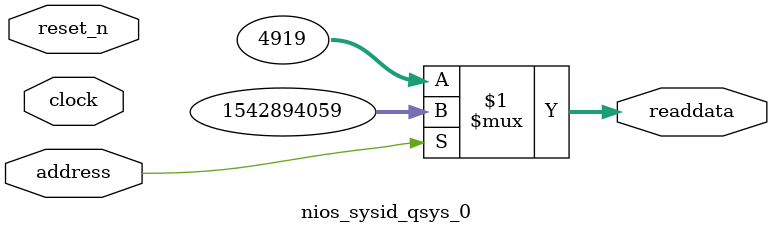
<source format=v>

`timescale 1ns / 1ps
// synthesis translate_on

// turn off superfluous verilog processor warnings 
// altera message_level Level1 
// altera message_off 10034 10035 10036 10037 10230 10240 10030 

module nios_sysid_qsys_0 (
               // inputs:
                address,
                clock,
                reset_n,

               // outputs:
                readdata
             )
;

  output  [ 31: 0] readdata;
  input            address;
  input            clock;
  input            reset_n;

  wire    [ 31: 0] readdata;
  //control_slave, which is an e_avalon_slave
  assign readdata = address ? 1542894059 : 4919;

endmodule




</source>
